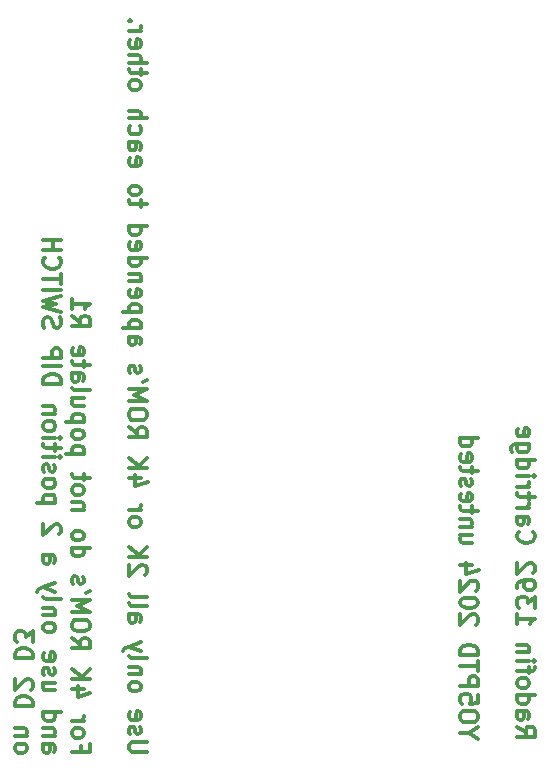
<source format=gbr>
G04 #@! TF.GenerationSoftware,KiCad,Pcbnew,7.0.8*
G04 #@! TF.CreationDate,2024-03-04T21:00:39+02:00*
G04 #@! TF.ProjectId,radofin,7261646f-6669-46e2-9e6b-696361645f70,rev?*
G04 #@! TF.SameCoordinates,Original*
G04 #@! TF.FileFunction,Legend,Bot*
G04 #@! TF.FilePolarity,Positive*
%FSLAX46Y46*%
G04 Gerber Fmt 4.6, Leading zero omitted, Abs format (unit mm)*
G04 Created by KiCad (PCBNEW 7.0.8) date 2024-03-04 21:00:39*
%MOMM*%
%LPD*%
G01*
G04 APERTURE LIST*
%ADD10C,0.300000*%
G04 APERTURE END LIST*
D10*
X115912741Y-116535387D02*
X114698455Y-116535387D01*
X114698455Y-116535387D02*
X114555598Y-116463958D01*
X114555598Y-116463958D02*
X114484170Y-116392530D01*
X114484170Y-116392530D02*
X114412741Y-116249672D01*
X114412741Y-116249672D02*
X114412741Y-115963958D01*
X114412741Y-115963958D02*
X114484170Y-115821101D01*
X114484170Y-115821101D02*
X114555598Y-115749672D01*
X114555598Y-115749672D02*
X114698455Y-115678244D01*
X114698455Y-115678244D02*
X115912741Y-115678244D01*
X114484170Y-115035386D02*
X114412741Y-114892529D01*
X114412741Y-114892529D02*
X114412741Y-114606815D01*
X114412741Y-114606815D02*
X114484170Y-114463958D01*
X114484170Y-114463958D02*
X114627027Y-114392529D01*
X114627027Y-114392529D02*
X114698455Y-114392529D01*
X114698455Y-114392529D02*
X114841312Y-114463958D01*
X114841312Y-114463958D02*
X114912741Y-114606815D01*
X114912741Y-114606815D02*
X114912741Y-114821101D01*
X114912741Y-114821101D02*
X114984170Y-114963958D01*
X114984170Y-114963958D02*
X115127027Y-115035386D01*
X115127027Y-115035386D02*
X115198455Y-115035386D01*
X115198455Y-115035386D02*
X115341312Y-114963958D01*
X115341312Y-114963958D02*
X115412741Y-114821101D01*
X115412741Y-114821101D02*
X115412741Y-114606815D01*
X115412741Y-114606815D02*
X115341312Y-114463958D01*
X114484170Y-113178243D02*
X114412741Y-113321100D01*
X114412741Y-113321100D02*
X114412741Y-113606815D01*
X114412741Y-113606815D02*
X114484170Y-113749672D01*
X114484170Y-113749672D02*
X114627027Y-113821100D01*
X114627027Y-113821100D02*
X115198455Y-113821100D01*
X115198455Y-113821100D02*
X115341312Y-113749672D01*
X115341312Y-113749672D02*
X115412741Y-113606815D01*
X115412741Y-113606815D02*
X115412741Y-113321100D01*
X115412741Y-113321100D02*
X115341312Y-113178243D01*
X115341312Y-113178243D02*
X115198455Y-113106815D01*
X115198455Y-113106815D02*
X115055598Y-113106815D01*
X115055598Y-113106815D02*
X114912741Y-113821100D01*
X114412741Y-111106815D02*
X114484170Y-111249672D01*
X114484170Y-111249672D02*
X114555598Y-111321101D01*
X114555598Y-111321101D02*
X114698455Y-111392529D01*
X114698455Y-111392529D02*
X115127027Y-111392529D01*
X115127027Y-111392529D02*
X115269884Y-111321101D01*
X115269884Y-111321101D02*
X115341312Y-111249672D01*
X115341312Y-111249672D02*
X115412741Y-111106815D01*
X115412741Y-111106815D02*
X115412741Y-110892529D01*
X115412741Y-110892529D02*
X115341312Y-110749672D01*
X115341312Y-110749672D02*
X115269884Y-110678244D01*
X115269884Y-110678244D02*
X115127027Y-110606815D01*
X115127027Y-110606815D02*
X114698455Y-110606815D01*
X114698455Y-110606815D02*
X114555598Y-110678244D01*
X114555598Y-110678244D02*
X114484170Y-110749672D01*
X114484170Y-110749672D02*
X114412741Y-110892529D01*
X114412741Y-110892529D02*
X114412741Y-111106815D01*
X115412741Y-109963958D02*
X114412741Y-109963958D01*
X115269884Y-109963958D02*
X115341312Y-109892529D01*
X115341312Y-109892529D02*
X115412741Y-109749672D01*
X115412741Y-109749672D02*
X115412741Y-109535386D01*
X115412741Y-109535386D02*
X115341312Y-109392529D01*
X115341312Y-109392529D02*
X115198455Y-109321101D01*
X115198455Y-109321101D02*
X114412741Y-109321101D01*
X114412741Y-108392529D02*
X114484170Y-108535386D01*
X114484170Y-108535386D02*
X114627027Y-108606815D01*
X114627027Y-108606815D02*
X115912741Y-108606815D01*
X115412741Y-107963958D02*
X114412741Y-107606815D01*
X115412741Y-107249672D02*
X114412741Y-107606815D01*
X114412741Y-107606815D02*
X114055598Y-107749672D01*
X114055598Y-107749672D02*
X113984170Y-107821101D01*
X113984170Y-107821101D02*
X113912741Y-107963958D01*
X114412741Y-104892530D02*
X115198455Y-104892530D01*
X115198455Y-104892530D02*
X115341312Y-104963958D01*
X115341312Y-104963958D02*
X115412741Y-105106815D01*
X115412741Y-105106815D02*
X115412741Y-105392530D01*
X115412741Y-105392530D02*
X115341312Y-105535387D01*
X114484170Y-104892530D02*
X114412741Y-105035387D01*
X114412741Y-105035387D02*
X114412741Y-105392530D01*
X114412741Y-105392530D02*
X114484170Y-105535387D01*
X114484170Y-105535387D02*
X114627027Y-105606815D01*
X114627027Y-105606815D02*
X114769884Y-105606815D01*
X114769884Y-105606815D02*
X114912741Y-105535387D01*
X114912741Y-105535387D02*
X114984170Y-105392530D01*
X114984170Y-105392530D02*
X114984170Y-105035387D01*
X114984170Y-105035387D02*
X115055598Y-104892530D01*
X114412741Y-103963958D02*
X114484170Y-104106815D01*
X114484170Y-104106815D02*
X114627027Y-104178244D01*
X114627027Y-104178244D02*
X115912741Y-104178244D01*
X114412741Y-103178244D02*
X114484170Y-103321101D01*
X114484170Y-103321101D02*
X114627027Y-103392530D01*
X114627027Y-103392530D02*
X115912741Y-103392530D01*
X115769884Y-101535387D02*
X115841312Y-101463959D01*
X115841312Y-101463959D02*
X115912741Y-101321102D01*
X115912741Y-101321102D02*
X115912741Y-100963959D01*
X115912741Y-100963959D02*
X115841312Y-100821102D01*
X115841312Y-100821102D02*
X115769884Y-100749673D01*
X115769884Y-100749673D02*
X115627027Y-100678244D01*
X115627027Y-100678244D02*
X115484170Y-100678244D01*
X115484170Y-100678244D02*
X115269884Y-100749673D01*
X115269884Y-100749673D02*
X114412741Y-101606816D01*
X114412741Y-101606816D02*
X114412741Y-100678244D01*
X114412741Y-100035388D02*
X115912741Y-100035388D01*
X114412741Y-99178245D02*
X115269884Y-99821102D01*
X115912741Y-99178245D02*
X115055598Y-100035388D01*
X114412741Y-97178245D02*
X114484170Y-97321102D01*
X114484170Y-97321102D02*
X114555598Y-97392531D01*
X114555598Y-97392531D02*
X114698455Y-97463959D01*
X114698455Y-97463959D02*
X115127027Y-97463959D01*
X115127027Y-97463959D02*
X115269884Y-97392531D01*
X115269884Y-97392531D02*
X115341312Y-97321102D01*
X115341312Y-97321102D02*
X115412741Y-97178245D01*
X115412741Y-97178245D02*
X115412741Y-96963959D01*
X115412741Y-96963959D02*
X115341312Y-96821102D01*
X115341312Y-96821102D02*
X115269884Y-96749674D01*
X115269884Y-96749674D02*
X115127027Y-96678245D01*
X115127027Y-96678245D02*
X114698455Y-96678245D01*
X114698455Y-96678245D02*
X114555598Y-96749674D01*
X114555598Y-96749674D02*
X114484170Y-96821102D01*
X114484170Y-96821102D02*
X114412741Y-96963959D01*
X114412741Y-96963959D02*
X114412741Y-97178245D01*
X114412741Y-96035388D02*
X115412741Y-96035388D01*
X115127027Y-96035388D02*
X115269884Y-95963959D01*
X115269884Y-95963959D02*
X115341312Y-95892531D01*
X115341312Y-95892531D02*
X115412741Y-95749673D01*
X115412741Y-95749673D02*
X115412741Y-95606816D01*
X115412741Y-93321103D02*
X114412741Y-93321103D01*
X115984170Y-93678245D02*
X114912741Y-94035388D01*
X114912741Y-94035388D02*
X114912741Y-93106817D01*
X114412741Y-92535389D02*
X115912741Y-92535389D01*
X114412741Y-91678246D02*
X115269884Y-92321103D01*
X115912741Y-91678246D02*
X115055598Y-92535389D01*
X114412741Y-89035389D02*
X115127027Y-89535389D01*
X114412741Y-89892532D02*
X115912741Y-89892532D01*
X115912741Y-89892532D02*
X115912741Y-89321103D01*
X115912741Y-89321103D02*
X115841312Y-89178246D01*
X115841312Y-89178246D02*
X115769884Y-89106817D01*
X115769884Y-89106817D02*
X115627027Y-89035389D01*
X115627027Y-89035389D02*
X115412741Y-89035389D01*
X115412741Y-89035389D02*
X115269884Y-89106817D01*
X115269884Y-89106817D02*
X115198455Y-89178246D01*
X115198455Y-89178246D02*
X115127027Y-89321103D01*
X115127027Y-89321103D02*
X115127027Y-89892532D01*
X115912741Y-88106817D02*
X115912741Y-87821103D01*
X115912741Y-87821103D02*
X115841312Y-87678246D01*
X115841312Y-87678246D02*
X115698455Y-87535389D01*
X115698455Y-87535389D02*
X115412741Y-87463960D01*
X115412741Y-87463960D02*
X114912741Y-87463960D01*
X114912741Y-87463960D02*
X114627027Y-87535389D01*
X114627027Y-87535389D02*
X114484170Y-87678246D01*
X114484170Y-87678246D02*
X114412741Y-87821103D01*
X114412741Y-87821103D02*
X114412741Y-88106817D01*
X114412741Y-88106817D02*
X114484170Y-88249675D01*
X114484170Y-88249675D02*
X114627027Y-88392532D01*
X114627027Y-88392532D02*
X114912741Y-88463960D01*
X114912741Y-88463960D02*
X115412741Y-88463960D01*
X115412741Y-88463960D02*
X115698455Y-88392532D01*
X115698455Y-88392532D02*
X115841312Y-88249675D01*
X115841312Y-88249675D02*
X115912741Y-88106817D01*
X114412741Y-86821103D02*
X115912741Y-86821103D01*
X115912741Y-86821103D02*
X114841312Y-86321103D01*
X114841312Y-86321103D02*
X115912741Y-85821103D01*
X115912741Y-85821103D02*
X114412741Y-85821103D01*
X115912741Y-85035388D02*
X115627027Y-85178245D01*
X114484170Y-84463959D02*
X114412741Y-84321102D01*
X114412741Y-84321102D02*
X114412741Y-84035388D01*
X114412741Y-84035388D02*
X114484170Y-83892531D01*
X114484170Y-83892531D02*
X114627027Y-83821102D01*
X114627027Y-83821102D02*
X114698455Y-83821102D01*
X114698455Y-83821102D02*
X114841312Y-83892531D01*
X114841312Y-83892531D02*
X114912741Y-84035388D01*
X114912741Y-84035388D02*
X114912741Y-84249674D01*
X114912741Y-84249674D02*
X114984170Y-84392531D01*
X114984170Y-84392531D02*
X115127027Y-84463959D01*
X115127027Y-84463959D02*
X115198455Y-84463959D01*
X115198455Y-84463959D02*
X115341312Y-84392531D01*
X115341312Y-84392531D02*
X115412741Y-84249674D01*
X115412741Y-84249674D02*
X115412741Y-84035388D01*
X115412741Y-84035388D02*
X115341312Y-83892531D01*
X114412741Y-81392531D02*
X115198455Y-81392531D01*
X115198455Y-81392531D02*
X115341312Y-81463959D01*
X115341312Y-81463959D02*
X115412741Y-81606816D01*
X115412741Y-81606816D02*
X115412741Y-81892531D01*
X115412741Y-81892531D02*
X115341312Y-82035388D01*
X114484170Y-81392531D02*
X114412741Y-81535388D01*
X114412741Y-81535388D02*
X114412741Y-81892531D01*
X114412741Y-81892531D02*
X114484170Y-82035388D01*
X114484170Y-82035388D02*
X114627027Y-82106816D01*
X114627027Y-82106816D02*
X114769884Y-82106816D01*
X114769884Y-82106816D02*
X114912741Y-82035388D01*
X114912741Y-82035388D02*
X114984170Y-81892531D01*
X114984170Y-81892531D02*
X114984170Y-81535388D01*
X114984170Y-81535388D02*
X115055598Y-81392531D01*
X115412741Y-80678245D02*
X113912741Y-80678245D01*
X115341312Y-80678245D02*
X115412741Y-80535388D01*
X115412741Y-80535388D02*
X115412741Y-80249673D01*
X115412741Y-80249673D02*
X115341312Y-80106816D01*
X115341312Y-80106816D02*
X115269884Y-80035388D01*
X115269884Y-80035388D02*
X115127027Y-79963959D01*
X115127027Y-79963959D02*
X114698455Y-79963959D01*
X114698455Y-79963959D02*
X114555598Y-80035388D01*
X114555598Y-80035388D02*
X114484170Y-80106816D01*
X114484170Y-80106816D02*
X114412741Y-80249673D01*
X114412741Y-80249673D02*
X114412741Y-80535388D01*
X114412741Y-80535388D02*
X114484170Y-80678245D01*
X115412741Y-79321102D02*
X113912741Y-79321102D01*
X115341312Y-79321102D02*
X115412741Y-79178245D01*
X115412741Y-79178245D02*
X115412741Y-78892530D01*
X115412741Y-78892530D02*
X115341312Y-78749673D01*
X115341312Y-78749673D02*
X115269884Y-78678245D01*
X115269884Y-78678245D02*
X115127027Y-78606816D01*
X115127027Y-78606816D02*
X114698455Y-78606816D01*
X114698455Y-78606816D02*
X114555598Y-78678245D01*
X114555598Y-78678245D02*
X114484170Y-78749673D01*
X114484170Y-78749673D02*
X114412741Y-78892530D01*
X114412741Y-78892530D02*
X114412741Y-79178245D01*
X114412741Y-79178245D02*
X114484170Y-79321102D01*
X114484170Y-77392530D02*
X114412741Y-77535387D01*
X114412741Y-77535387D02*
X114412741Y-77821102D01*
X114412741Y-77821102D02*
X114484170Y-77963959D01*
X114484170Y-77963959D02*
X114627027Y-78035387D01*
X114627027Y-78035387D02*
X115198455Y-78035387D01*
X115198455Y-78035387D02*
X115341312Y-77963959D01*
X115341312Y-77963959D02*
X115412741Y-77821102D01*
X115412741Y-77821102D02*
X115412741Y-77535387D01*
X115412741Y-77535387D02*
X115341312Y-77392530D01*
X115341312Y-77392530D02*
X115198455Y-77321102D01*
X115198455Y-77321102D02*
X115055598Y-77321102D01*
X115055598Y-77321102D02*
X114912741Y-78035387D01*
X115412741Y-76678245D02*
X114412741Y-76678245D01*
X115269884Y-76678245D02*
X115341312Y-76606816D01*
X115341312Y-76606816D02*
X115412741Y-76463959D01*
X115412741Y-76463959D02*
X115412741Y-76249673D01*
X115412741Y-76249673D02*
X115341312Y-76106816D01*
X115341312Y-76106816D02*
X115198455Y-76035388D01*
X115198455Y-76035388D02*
X114412741Y-76035388D01*
X114412741Y-74678245D02*
X115912741Y-74678245D01*
X114484170Y-74678245D02*
X114412741Y-74821102D01*
X114412741Y-74821102D02*
X114412741Y-75106816D01*
X114412741Y-75106816D02*
X114484170Y-75249673D01*
X114484170Y-75249673D02*
X114555598Y-75321102D01*
X114555598Y-75321102D02*
X114698455Y-75392530D01*
X114698455Y-75392530D02*
X115127027Y-75392530D01*
X115127027Y-75392530D02*
X115269884Y-75321102D01*
X115269884Y-75321102D02*
X115341312Y-75249673D01*
X115341312Y-75249673D02*
X115412741Y-75106816D01*
X115412741Y-75106816D02*
X115412741Y-74821102D01*
X115412741Y-74821102D02*
X115341312Y-74678245D01*
X114484170Y-73392530D02*
X114412741Y-73535387D01*
X114412741Y-73535387D02*
X114412741Y-73821102D01*
X114412741Y-73821102D02*
X114484170Y-73963959D01*
X114484170Y-73963959D02*
X114627027Y-74035387D01*
X114627027Y-74035387D02*
X115198455Y-74035387D01*
X115198455Y-74035387D02*
X115341312Y-73963959D01*
X115341312Y-73963959D02*
X115412741Y-73821102D01*
X115412741Y-73821102D02*
X115412741Y-73535387D01*
X115412741Y-73535387D02*
X115341312Y-73392530D01*
X115341312Y-73392530D02*
X115198455Y-73321102D01*
X115198455Y-73321102D02*
X115055598Y-73321102D01*
X115055598Y-73321102D02*
X114912741Y-74035387D01*
X114412741Y-72035388D02*
X115912741Y-72035388D01*
X114484170Y-72035388D02*
X114412741Y-72178245D01*
X114412741Y-72178245D02*
X114412741Y-72463959D01*
X114412741Y-72463959D02*
X114484170Y-72606816D01*
X114484170Y-72606816D02*
X114555598Y-72678245D01*
X114555598Y-72678245D02*
X114698455Y-72749673D01*
X114698455Y-72749673D02*
X115127027Y-72749673D01*
X115127027Y-72749673D02*
X115269884Y-72678245D01*
X115269884Y-72678245D02*
X115341312Y-72606816D01*
X115341312Y-72606816D02*
X115412741Y-72463959D01*
X115412741Y-72463959D02*
X115412741Y-72178245D01*
X115412741Y-72178245D02*
X115341312Y-72035388D01*
X115412741Y-70392530D02*
X115412741Y-69821102D01*
X115912741Y-70178245D02*
X114627027Y-70178245D01*
X114627027Y-70178245D02*
X114484170Y-70106816D01*
X114484170Y-70106816D02*
X114412741Y-69963959D01*
X114412741Y-69963959D02*
X114412741Y-69821102D01*
X114412741Y-69106816D02*
X114484170Y-69249673D01*
X114484170Y-69249673D02*
X114555598Y-69321102D01*
X114555598Y-69321102D02*
X114698455Y-69392530D01*
X114698455Y-69392530D02*
X115127027Y-69392530D01*
X115127027Y-69392530D02*
X115269884Y-69321102D01*
X115269884Y-69321102D02*
X115341312Y-69249673D01*
X115341312Y-69249673D02*
X115412741Y-69106816D01*
X115412741Y-69106816D02*
X115412741Y-68892530D01*
X115412741Y-68892530D02*
X115341312Y-68749673D01*
X115341312Y-68749673D02*
X115269884Y-68678245D01*
X115269884Y-68678245D02*
X115127027Y-68606816D01*
X115127027Y-68606816D02*
X114698455Y-68606816D01*
X114698455Y-68606816D02*
X114555598Y-68678245D01*
X114555598Y-68678245D02*
X114484170Y-68749673D01*
X114484170Y-68749673D02*
X114412741Y-68892530D01*
X114412741Y-68892530D02*
X114412741Y-69106816D01*
X114484170Y-66249673D02*
X114412741Y-66392530D01*
X114412741Y-66392530D02*
X114412741Y-66678245D01*
X114412741Y-66678245D02*
X114484170Y-66821102D01*
X114484170Y-66821102D02*
X114627027Y-66892530D01*
X114627027Y-66892530D02*
X115198455Y-66892530D01*
X115198455Y-66892530D02*
X115341312Y-66821102D01*
X115341312Y-66821102D02*
X115412741Y-66678245D01*
X115412741Y-66678245D02*
X115412741Y-66392530D01*
X115412741Y-66392530D02*
X115341312Y-66249673D01*
X115341312Y-66249673D02*
X115198455Y-66178245D01*
X115198455Y-66178245D02*
X115055598Y-66178245D01*
X115055598Y-66178245D02*
X114912741Y-66892530D01*
X114412741Y-64892531D02*
X115198455Y-64892531D01*
X115198455Y-64892531D02*
X115341312Y-64963959D01*
X115341312Y-64963959D02*
X115412741Y-65106816D01*
X115412741Y-65106816D02*
X115412741Y-65392531D01*
X115412741Y-65392531D02*
X115341312Y-65535388D01*
X114484170Y-64892531D02*
X114412741Y-65035388D01*
X114412741Y-65035388D02*
X114412741Y-65392531D01*
X114412741Y-65392531D02*
X114484170Y-65535388D01*
X114484170Y-65535388D02*
X114627027Y-65606816D01*
X114627027Y-65606816D02*
X114769884Y-65606816D01*
X114769884Y-65606816D02*
X114912741Y-65535388D01*
X114912741Y-65535388D02*
X114984170Y-65392531D01*
X114984170Y-65392531D02*
X114984170Y-65035388D01*
X114984170Y-65035388D02*
X115055598Y-64892531D01*
X114484170Y-63535388D02*
X114412741Y-63678245D01*
X114412741Y-63678245D02*
X114412741Y-63963959D01*
X114412741Y-63963959D02*
X114484170Y-64106816D01*
X114484170Y-64106816D02*
X114555598Y-64178245D01*
X114555598Y-64178245D02*
X114698455Y-64249673D01*
X114698455Y-64249673D02*
X115127027Y-64249673D01*
X115127027Y-64249673D02*
X115269884Y-64178245D01*
X115269884Y-64178245D02*
X115341312Y-64106816D01*
X115341312Y-64106816D02*
X115412741Y-63963959D01*
X115412741Y-63963959D02*
X115412741Y-63678245D01*
X115412741Y-63678245D02*
X115341312Y-63535388D01*
X114412741Y-62892531D02*
X115912741Y-62892531D01*
X114412741Y-62249674D02*
X115198455Y-62249674D01*
X115198455Y-62249674D02*
X115341312Y-62321102D01*
X115341312Y-62321102D02*
X115412741Y-62463959D01*
X115412741Y-62463959D02*
X115412741Y-62678245D01*
X115412741Y-62678245D02*
X115341312Y-62821102D01*
X115341312Y-62821102D02*
X115269884Y-62892531D01*
X114412741Y-60178245D02*
X114484170Y-60321102D01*
X114484170Y-60321102D02*
X114555598Y-60392531D01*
X114555598Y-60392531D02*
X114698455Y-60463959D01*
X114698455Y-60463959D02*
X115127027Y-60463959D01*
X115127027Y-60463959D02*
X115269884Y-60392531D01*
X115269884Y-60392531D02*
X115341312Y-60321102D01*
X115341312Y-60321102D02*
X115412741Y-60178245D01*
X115412741Y-60178245D02*
X115412741Y-59963959D01*
X115412741Y-59963959D02*
X115341312Y-59821102D01*
X115341312Y-59821102D02*
X115269884Y-59749674D01*
X115269884Y-59749674D02*
X115127027Y-59678245D01*
X115127027Y-59678245D02*
X114698455Y-59678245D01*
X114698455Y-59678245D02*
X114555598Y-59749674D01*
X114555598Y-59749674D02*
X114484170Y-59821102D01*
X114484170Y-59821102D02*
X114412741Y-59963959D01*
X114412741Y-59963959D02*
X114412741Y-60178245D01*
X115412741Y-59249673D02*
X115412741Y-58678245D01*
X115912741Y-59035388D02*
X114627027Y-59035388D01*
X114627027Y-59035388D02*
X114484170Y-58963959D01*
X114484170Y-58963959D02*
X114412741Y-58821102D01*
X114412741Y-58821102D02*
X114412741Y-58678245D01*
X114412741Y-58178245D02*
X115912741Y-58178245D01*
X114412741Y-57535388D02*
X115198455Y-57535388D01*
X115198455Y-57535388D02*
X115341312Y-57606816D01*
X115341312Y-57606816D02*
X115412741Y-57749673D01*
X115412741Y-57749673D02*
X115412741Y-57963959D01*
X115412741Y-57963959D02*
X115341312Y-58106816D01*
X115341312Y-58106816D02*
X115269884Y-58178245D01*
X114484170Y-56249673D02*
X114412741Y-56392530D01*
X114412741Y-56392530D02*
X114412741Y-56678245D01*
X114412741Y-56678245D02*
X114484170Y-56821102D01*
X114484170Y-56821102D02*
X114627027Y-56892530D01*
X114627027Y-56892530D02*
X115198455Y-56892530D01*
X115198455Y-56892530D02*
X115341312Y-56821102D01*
X115341312Y-56821102D02*
X115412741Y-56678245D01*
X115412741Y-56678245D02*
X115412741Y-56392530D01*
X115412741Y-56392530D02*
X115341312Y-56249673D01*
X115341312Y-56249673D02*
X115198455Y-56178245D01*
X115198455Y-56178245D02*
X115055598Y-56178245D01*
X115055598Y-56178245D02*
X114912741Y-56892530D01*
X114412741Y-55535388D02*
X115412741Y-55535388D01*
X115127027Y-55535388D02*
X115269884Y-55463959D01*
X115269884Y-55463959D02*
X115341312Y-55392531D01*
X115341312Y-55392531D02*
X115412741Y-55249673D01*
X115412741Y-55249673D02*
X115412741Y-55106816D01*
X114555598Y-54606817D02*
X114484170Y-54535388D01*
X114484170Y-54535388D02*
X114412741Y-54606817D01*
X114412741Y-54606817D02*
X114484170Y-54678245D01*
X114484170Y-54678245D02*
X114555598Y-54606817D01*
X114555598Y-54606817D02*
X114412741Y-54606817D01*
X110368455Y-116035387D02*
X110368455Y-116535387D01*
X109582741Y-116535387D02*
X111082741Y-116535387D01*
X111082741Y-116535387D02*
X111082741Y-115821101D01*
X109582741Y-115035387D02*
X109654170Y-115178244D01*
X109654170Y-115178244D02*
X109725598Y-115249673D01*
X109725598Y-115249673D02*
X109868455Y-115321101D01*
X109868455Y-115321101D02*
X110297027Y-115321101D01*
X110297027Y-115321101D02*
X110439884Y-115249673D01*
X110439884Y-115249673D02*
X110511312Y-115178244D01*
X110511312Y-115178244D02*
X110582741Y-115035387D01*
X110582741Y-115035387D02*
X110582741Y-114821101D01*
X110582741Y-114821101D02*
X110511312Y-114678244D01*
X110511312Y-114678244D02*
X110439884Y-114606816D01*
X110439884Y-114606816D02*
X110297027Y-114535387D01*
X110297027Y-114535387D02*
X109868455Y-114535387D01*
X109868455Y-114535387D02*
X109725598Y-114606816D01*
X109725598Y-114606816D02*
X109654170Y-114678244D01*
X109654170Y-114678244D02*
X109582741Y-114821101D01*
X109582741Y-114821101D02*
X109582741Y-115035387D01*
X109582741Y-113892530D02*
X110582741Y-113892530D01*
X110297027Y-113892530D02*
X110439884Y-113821101D01*
X110439884Y-113821101D02*
X110511312Y-113749673D01*
X110511312Y-113749673D02*
X110582741Y-113606815D01*
X110582741Y-113606815D02*
X110582741Y-113463958D01*
X110582741Y-111178245D02*
X109582741Y-111178245D01*
X111154170Y-111535387D02*
X110082741Y-111892530D01*
X110082741Y-111892530D02*
X110082741Y-110963959D01*
X109582741Y-110392531D02*
X111082741Y-110392531D01*
X109582741Y-109535388D02*
X110439884Y-110178245D01*
X111082741Y-109535388D02*
X110225598Y-110392531D01*
X109582741Y-106892531D02*
X110297027Y-107392531D01*
X109582741Y-107749674D02*
X111082741Y-107749674D01*
X111082741Y-107749674D02*
X111082741Y-107178245D01*
X111082741Y-107178245D02*
X111011312Y-107035388D01*
X111011312Y-107035388D02*
X110939884Y-106963959D01*
X110939884Y-106963959D02*
X110797027Y-106892531D01*
X110797027Y-106892531D02*
X110582741Y-106892531D01*
X110582741Y-106892531D02*
X110439884Y-106963959D01*
X110439884Y-106963959D02*
X110368455Y-107035388D01*
X110368455Y-107035388D02*
X110297027Y-107178245D01*
X110297027Y-107178245D02*
X110297027Y-107749674D01*
X111082741Y-105963959D02*
X111082741Y-105678245D01*
X111082741Y-105678245D02*
X111011312Y-105535388D01*
X111011312Y-105535388D02*
X110868455Y-105392531D01*
X110868455Y-105392531D02*
X110582741Y-105321102D01*
X110582741Y-105321102D02*
X110082741Y-105321102D01*
X110082741Y-105321102D02*
X109797027Y-105392531D01*
X109797027Y-105392531D02*
X109654170Y-105535388D01*
X109654170Y-105535388D02*
X109582741Y-105678245D01*
X109582741Y-105678245D02*
X109582741Y-105963959D01*
X109582741Y-105963959D02*
X109654170Y-106106817D01*
X109654170Y-106106817D02*
X109797027Y-106249674D01*
X109797027Y-106249674D02*
X110082741Y-106321102D01*
X110082741Y-106321102D02*
X110582741Y-106321102D01*
X110582741Y-106321102D02*
X110868455Y-106249674D01*
X110868455Y-106249674D02*
X111011312Y-106106817D01*
X111011312Y-106106817D02*
X111082741Y-105963959D01*
X109582741Y-104678245D02*
X111082741Y-104678245D01*
X111082741Y-104678245D02*
X110011312Y-104178245D01*
X110011312Y-104178245D02*
X111082741Y-103678245D01*
X111082741Y-103678245D02*
X109582741Y-103678245D01*
X111082741Y-102892530D02*
X110797027Y-103035387D01*
X109654170Y-102321101D02*
X109582741Y-102178244D01*
X109582741Y-102178244D02*
X109582741Y-101892530D01*
X109582741Y-101892530D02*
X109654170Y-101749673D01*
X109654170Y-101749673D02*
X109797027Y-101678244D01*
X109797027Y-101678244D02*
X109868455Y-101678244D01*
X109868455Y-101678244D02*
X110011312Y-101749673D01*
X110011312Y-101749673D02*
X110082741Y-101892530D01*
X110082741Y-101892530D02*
X110082741Y-102106816D01*
X110082741Y-102106816D02*
X110154170Y-102249673D01*
X110154170Y-102249673D02*
X110297027Y-102321101D01*
X110297027Y-102321101D02*
X110368455Y-102321101D01*
X110368455Y-102321101D02*
X110511312Y-102249673D01*
X110511312Y-102249673D02*
X110582741Y-102106816D01*
X110582741Y-102106816D02*
X110582741Y-101892530D01*
X110582741Y-101892530D02*
X110511312Y-101749673D01*
X109582741Y-99249673D02*
X111082741Y-99249673D01*
X109654170Y-99249673D02*
X109582741Y-99392530D01*
X109582741Y-99392530D02*
X109582741Y-99678244D01*
X109582741Y-99678244D02*
X109654170Y-99821101D01*
X109654170Y-99821101D02*
X109725598Y-99892530D01*
X109725598Y-99892530D02*
X109868455Y-99963958D01*
X109868455Y-99963958D02*
X110297027Y-99963958D01*
X110297027Y-99963958D02*
X110439884Y-99892530D01*
X110439884Y-99892530D02*
X110511312Y-99821101D01*
X110511312Y-99821101D02*
X110582741Y-99678244D01*
X110582741Y-99678244D02*
X110582741Y-99392530D01*
X110582741Y-99392530D02*
X110511312Y-99249673D01*
X109582741Y-98321101D02*
X109654170Y-98463958D01*
X109654170Y-98463958D02*
X109725598Y-98535387D01*
X109725598Y-98535387D02*
X109868455Y-98606815D01*
X109868455Y-98606815D02*
X110297027Y-98606815D01*
X110297027Y-98606815D02*
X110439884Y-98535387D01*
X110439884Y-98535387D02*
X110511312Y-98463958D01*
X110511312Y-98463958D02*
X110582741Y-98321101D01*
X110582741Y-98321101D02*
X110582741Y-98106815D01*
X110582741Y-98106815D02*
X110511312Y-97963958D01*
X110511312Y-97963958D02*
X110439884Y-97892530D01*
X110439884Y-97892530D02*
X110297027Y-97821101D01*
X110297027Y-97821101D02*
X109868455Y-97821101D01*
X109868455Y-97821101D02*
X109725598Y-97892530D01*
X109725598Y-97892530D02*
X109654170Y-97963958D01*
X109654170Y-97963958D02*
X109582741Y-98106815D01*
X109582741Y-98106815D02*
X109582741Y-98321101D01*
X110582741Y-96035387D02*
X109582741Y-96035387D01*
X110439884Y-96035387D02*
X110511312Y-95963958D01*
X110511312Y-95963958D02*
X110582741Y-95821101D01*
X110582741Y-95821101D02*
X110582741Y-95606815D01*
X110582741Y-95606815D02*
X110511312Y-95463958D01*
X110511312Y-95463958D02*
X110368455Y-95392530D01*
X110368455Y-95392530D02*
X109582741Y-95392530D01*
X109582741Y-94463958D02*
X109654170Y-94606815D01*
X109654170Y-94606815D02*
X109725598Y-94678244D01*
X109725598Y-94678244D02*
X109868455Y-94749672D01*
X109868455Y-94749672D02*
X110297027Y-94749672D01*
X110297027Y-94749672D02*
X110439884Y-94678244D01*
X110439884Y-94678244D02*
X110511312Y-94606815D01*
X110511312Y-94606815D02*
X110582741Y-94463958D01*
X110582741Y-94463958D02*
X110582741Y-94249672D01*
X110582741Y-94249672D02*
X110511312Y-94106815D01*
X110511312Y-94106815D02*
X110439884Y-94035387D01*
X110439884Y-94035387D02*
X110297027Y-93963958D01*
X110297027Y-93963958D02*
X109868455Y-93963958D01*
X109868455Y-93963958D02*
X109725598Y-94035387D01*
X109725598Y-94035387D02*
X109654170Y-94106815D01*
X109654170Y-94106815D02*
X109582741Y-94249672D01*
X109582741Y-94249672D02*
X109582741Y-94463958D01*
X110582741Y-93535386D02*
X110582741Y-92963958D01*
X111082741Y-93321101D02*
X109797027Y-93321101D01*
X109797027Y-93321101D02*
X109654170Y-93249672D01*
X109654170Y-93249672D02*
X109582741Y-93106815D01*
X109582741Y-93106815D02*
X109582741Y-92963958D01*
X110582741Y-91321101D02*
X109082741Y-91321101D01*
X110511312Y-91321101D02*
X110582741Y-91178244D01*
X110582741Y-91178244D02*
X110582741Y-90892529D01*
X110582741Y-90892529D02*
X110511312Y-90749672D01*
X110511312Y-90749672D02*
X110439884Y-90678244D01*
X110439884Y-90678244D02*
X110297027Y-90606815D01*
X110297027Y-90606815D02*
X109868455Y-90606815D01*
X109868455Y-90606815D02*
X109725598Y-90678244D01*
X109725598Y-90678244D02*
X109654170Y-90749672D01*
X109654170Y-90749672D02*
X109582741Y-90892529D01*
X109582741Y-90892529D02*
X109582741Y-91178244D01*
X109582741Y-91178244D02*
X109654170Y-91321101D01*
X109582741Y-89749672D02*
X109654170Y-89892529D01*
X109654170Y-89892529D02*
X109725598Y-89963958D01*
X109725598Y-89963958D02*
X109868455Y-90035386D01*
X109868455Y-90035386D02*
X110297027Y-90035386D01*
X110297027Y-90035386D02*
X110439884Y-89963958D01*
X110439884Y-89963958D02*
X110511312Y-89892529D01*
X110511312Y-89892529D02*
X110582741Y-89749672D01*
X110582741Y-89749672D02*
X110582741Y-89535386D01*
X110582741Y-89535386D02*
X110511312Y-89392529D01*
X110511312Y-89392529D02*
X110439884Y-89321101D01*
X110439884Y-89321101D02*
X110297027Y-89249672D01*
X110297027Y-89249672D02*
X109868455Y-89249672D01*
X109868455Y-89249672D02*
X109725598Y-89321101D01*
X109725598Y-89321101D02*
X109654170Y-89392529D01*
X109654170Y-89392529D02*
X109582741Y-89535386D01*
X109582741Y-89535386D02*
X109582741Y-89749672D01*
X110582741Y-88606815D02*
X109082741Y-88606815D01*
X110511312Y-88606815D02*
X110582741Y-88463958D01*
X110582741Y-88463958D02*
X110582741Y-88178243D01*
X110582741Y-88178243D02*
X110511312Y-88035386D01*
X110511312Y-88035386D02*
X110439884Y-87963958D01*
X110439884Y-87963958D02*
X110297027Y-87892529D01*
X110297027Y-87892529D02*
X109868455Y-87892529D01*
X109868455Y-87892529D02*
X109725598Y-87963958D01*
X109725598Y-87963958D02*
X109654170Y-88035386D01*
X109654170Y-88035386D02*
X109582741Y-88178243D01*
X109582741Y-88178243D02*
X109582741Y-88463958D01*
X109582741Y-88463958D02*
X109654170Y-88606815D01*
X110582741Y-86606815D02*
X109582741Y-86606815D01*
X110582741Y-87249672D02*
X109797027Y-87249672D01*
X109797027Y-87249672D02*
X109654170Y-87178243D01*
X109654170Y-87178243D02*
X109582741Y-87035386D01*
X109582741Y-87035386D02*
X109582741Y-86821100D01*
X109582741Y-86821100D02*
X109654170Y-86678243D01*
X109654170Y-86678243D02*
X109725598Y-86606815D01*
X109582741Y-85678243D02*
X109654170Y-85821100D01*
X109654170Y-85821100D02*
X109797027Y-85892529D01*
X109797027Y-85892529D02*
X111082741Y-85892529D01*
X109582741Y-84463958D02*
X110368455Y-84463958D01*
X110368455Y-84463958D02*
X110511312Y-84535386D01*
X110511312Y-84535386D02*
X110582741Y-84678243D01*
X110582741Y-84678243D02*
X110582741Y-84963958D01*
X110582741Y-84963958D02*
X110511312Y-85106815D01*
X109654170Y-84463958D02*
X109582741Y-84606815D01*
X109582741Y-84606815D02*
X109582741Y-84963958D01*
X109582741Y-84963958D02*
X109654170Y-85106815D01*
X109654170Y-85106815D02*
X109797027Y-85178243D01*
X109797027Y-85178243D02*
X109939884Y-85178243D01*
X109939884Y-85178243D02*
X110082741Y-85106815D01*
X110082741Y-85106815D02*
X110154170Y-84963958D01*
X110154170Y-84963958D02*
X110154170Y-84606815D01*
X110154170Y-84606815D02*
X110225598Y-84463958D01*
X110582741Y-83963957D02*
X110582741Y-83392529D01*
X111082741Y-83749672D02*
X109797027Y-83749672D01*
X109797027Y-83749672D02*
X109654170Y-83678243D01*
X109654170Y-83678243D02*
X109582741Y-83535386D01*
X109582741Y-83535386D02*
X109582741Y-83392529D01*
X109654170Y-82321100D02*
X109582741Y-82463957D01*
X109582741Y-82463957D02*
X109582741Y-82749672D01*
X109582741Y-82749672D02*
X109654170Y-82892529D01*
X109654170Y-82892529D02*
X109797027Y-82963957D01*
X109797027Y-82963957D02*
X110368455Y-82963957D01*
X110368455Y-82963957D02*
X110511312Y-82892529D01*
X110511312Y-82892529D02*
X110582741Y-82749672D01*
X110582741Y-82749672D02*
X110582741Y-82463957D01*
X110582741Y-82463957D02*
X110511312Y-82321100D01*
X110511312Y-82321100D02*
X110368455Y-82249672D01*
X110368455Y-82249672D02*
X110225598Y-82249672D01*
X110225598Y-82249672D02*
X110082741Y-82963957D01*
X109582741Y-79606815D02*
X110297027Y-80106815D01*
X109582741Y-80463958D02*
X111082741Y-80463958D01*
X111082741Y-80463958D02*
X111082741Y-79892529D01*
X111082741Y-79892529D02*
X111011312Y-79749672D01*
X111011312Y-79749672D02*
X110939884Y-79678243D01*
X110939884Y-79678243D02*
X110797027Y-79606815D01*
X110797027Y-79606815D02*
X110582741Y-79606815D01*
X110582741Y-79606815D02*
X110439884Y-79678243D01*
X110439884Y-79678243D02*
X110368455Y-79749672D01*
X110368455Y-79749672D02*
X110297027Y-79892529D01*
X110297027Y-79892529D02*
X110297027Y-80463958D01*
X109582741Y-78178243D02*
X109582741Y-79035386D01*
X109582741Y-78606815D02*
X111082741Y-78606815D01*
X111082741Y-78606815D02*
X110868455Y-78749672D01*
X110868455Y-78749672D02*
X110725598Y-78892529D01*
X110725598Y-78892529D02*
X110654170Y-79035386D01*
X107167741Y-115892530D02*
X107953455Y-115892530D01*
X107953455Y-115892530D02*
X108096312Y-115963958D01*
X108096312Y-115963958D02*
X108167741Y-116106815D01*
X108167741Y-116106815D02*
X108167741Y-116392530D01*
X108167741Y-116392530D02*
X108096312Y-116535387D01*
X107239170Y-115892530D02*
X107167741Y-116035387D01*
X107167741Y-116035387D02*
X107167741Y-116392530D01*
X107167741Y-116392530D02*
X107239170Y-116535387D01*
X107239170Y-116535387D02*
X107382027Y-116606815D01*
X107382027Y-116606815D02*
X107524884Y-116606815D01*
X107524884Y-116606815D02*
X107667741Y-116535387D01*
X107667741Y-116535387D02*
X107739170Y-116392530D01*
X107739170Y-116392530D02*
X107739170Y-116035387D01*
X107739170Y-116035387D02*
X107810598Y-115892530D01*
X108167741Y-115178244D02*
X107167741Y-115178244D01*
X108024884Y-115178244D02*
X108096312Y-115106815D01*
X108096312Y-115106815D02*
X108167741Y-114963958D01*
X108167741Y-114963958D02*
X108167741Y-114749672D01*
X108167741Y-114749672D02*
X108096312Y-114606815D01*
X108096312Y-114606815D02*
X107953455Y-114535387D01*
X107953455Y-114535387D02*
X107167741Y-114535387D01*
X107167741Y-113178244D02*
X108667741Y-113178244D01*
X107239170Y-113178244D02*
X107167741Y-113321101D01*
X107167741Y-113321101D02*
X107167741Y-113606815D01*
X107167741Y-113606815D02*
X107239170Y-113749672D01*
X107239170Y-113749672D02*
X107310598Y-113821101D01*
X107310598Y-113821101D02*
X107453455Y-113892529D01*
X107453455Y-113892529D02*
X107882027Y-113892529D01*
X107882027Y-113892529D02*
X108024884Y-113821101D01*
X108024884Y-113821101D02*
X108096312Y-113749672D01*
X108096312Y-113749672D02*
X108167741Y-113606815D01*
X108167741Y-113606815D02*
X108167741Y-113321101D01*
X108167741Y-113321101D02*
X108096312Y-113178244D01*
X108167741Y-110678244D02*
X107167741Y-110678244D01*
X108167741Y-111321101D02*
X107382027Y-111321101D01*
X107382027Y-111321101D02*
X107239170Y-111249672D01*
X107239170Y-111249672D02*
X107167741Y-111106815D01*
X107167741Y-111106815D02*
X107167741Y-110892529D01*
X107167741Y-110892529D02*
X107239170Y-110749672D01*
X107239170Y-110749672D02*
X107310598Y-110678244D01*
X107239170Y-110035386D02*
X107167741Y-109892529D01*
X107167741Y-109892529D02*
X107167741Y-109606815D01*
X107167741Y-109606815D02*
X107239170Y-109463958D01*
X107239170Y-109463958D02*
X107382027Y-109392529D01*
X107382027Y-109392529D02*
X107453455Y-109392529D01*
X107453455Y-109392529D02*
X107596312Y-109463958D01*
X107596312Y-109463958D02*
X107667741Y-109606815D01*
X107667741Y-109606815D02*
X107667741Y-109821101D01*
X107667741Y-109821101D02*
X107739170Y-109963958D01*
X107739170Y-109963958D02*
X107882027Y-110035386D01*
X107882027Y-110035386D02*
X107953455Y-110035386D01*
X107953455Y-110035386D02*
X108096312Y-109963958D01*
X108096312Y-109963958D02*
X108167741Y-109821101D01*
X108167741Y-109821101D02*
X108167741Y-109606815D01*
X108167741Y-109606815D02*
X108096312Y-109463958D01*
X107239170Y-108178243D02*
X107167741Y-108321100D01*
X107167741Y-108321100D02*
X107167741Y-108606815D01*
X107167741Y-108606815D02*
X107239170Y-108749672D01*
X107239170Y-108749672D02*
X107382027Y-108821100D01*
X107382027Y-108821100D02*
X107953455Y-108821100D01*
X107953455Y-108821100D02*
X108096312Y-108749672D01*
X108096312Y-108749672D02*
X108167741Y-108606815D01*
X108167741Y-108606815D02*
X108167741Y-108321100D01*
X108167741Y-108321100D02*
X108096312Y-108178243D01*
X108096312Y-108178243D02*
X107953455Y-108106815D01*
X107953455Y-108106815D02*
X107810598Y-108106815D01*
X107810598Y-108106815D02*
X107667741Y-108821100D01*
X107167741Y-106106815D02*
X107239170Y-106249672D01*
X107239170Y-106249672D02*
X107310598Y-106321101D01*
X107310598Y-106321101D02*
X107453455Y-106392529D01*
X107453455Y-106392529D02*
X107882027Y-106392529D01*
X107882027Y-106392529D02*
X108024884Y-106321101D01*
X108024884Y-106321101D02*
X108096312Y-106249672D01*
X108096312Y-106249672D02*
X108167741Y-106106815D01*
X108167741Y-106106815D02*
X108167741Y-105892529D01*
X108167741Y-105892529D02*
X108096312Y-105749672D01*
X108096312Y-105749672D02*
X108024884Y-105678244D01*
X108024884Y-105678244D02*
X107882027Y-105606815D01*
X107882027Y-105606815D02*
X107453455Y-105606815D01*
X107453455Y-105606815D02*
X107310598Y-105678244D01*
X107310598Y-105678244D02*
X107239170Y-105749672D01*
X107239170Y-105749672D02*
X107167741Y-105892529D01*
X107167741Y-105892529D02*
X107167741Y-106106815D01*
X108167741Y-104963958D02*
X107167741Y-104963958D01*
X108024884Y-104963958D02*
X108096312Y-104892529D01*
X108096312Y-104892529D02*
X108167741Y-104749672D01*
X108167741Y-104749672D02*
X108167741Y-104535386D01*
X108167741Y-104535386D02*
X108096312Y-104392529D01*
X108096312Y-104392529D02*
X107953455Y-104321101D01*
X107953455Y-104321101D02*
X107167741Y-104321101D01*
X107167741Y-103392529D02*
X107239170Y-103535386D01*
X107239170Y-103535386D02*
X107382027Y-103606815D01*
X107382027Y-103606815D02*
X108667741Y-103606815D01*
X108167741Y-102963958D02*
X107167741Y-102606815D01*
X108167741Y-102249672D02*
X107167741Y-102606815D01*
X107167741Y-102606815D02*
X106810598Y-102749672D01*
X106810598Y-102749672D02*
X106739170Y-102821101D01*
X106739170Y-102821101D02*
X106667741Y-102963958D01*
X107167741Y-99892530D02*
X107953455Y-99892530D01*
X107953455Y-99892530D02*
X108096312Y-99963958D01*
X108096312Y-99963958D02*
X108167741Y-100106815D01*
X108167741Y-100106815D02*
X108167741Y-100392530D01*
X108167741Y-100392530D02*
X108096312Y-100535387D01*
X107239170Y-99892530D02*
X107167741Y-100035387D01*
X107167741Y-100035387D02*
X107167741Y-100392530D01*
X107167741Y-100392530D02*
X107239170Y-100535387D01*
X107239170Y-100535387D02*
X107382027Y-100606815D01*
X107382027Y-100606815D02*
X107524884Y-100606815D01*
X107524884Y-100606815D02*
X107667741Y-100535387D01*
X107667741Y-100535387D02*
X107739170Y-100392530D01*
X107739170Y-100392530D02*
X107739170Y-100035387D01*
X107739170Y-100035387D02*
X107810598Y-99892530D01*
X108524884Y-98106815D02*
X108596312Y-98035387D01*
X108596312Y-98035387D02*
X108667741Y-97892530D01*
X108667741Y-97892530D02*
X108667741Y-97535387D01*
X108667741Y-97535387D02*
X108596312Y-97392530D01*
X108596312Y-97392530D02*
X108524884Y-97321101D01*
X108524884Y-97321101D02*
X108382027Y-97249672D01*
X108382027Y-97249672D02*
X108239170Y-97249672D01*
X108239170Y-97249672D02*
X108024884Y-97321101D01*
X108024884Y-97321101D02*
X107167741Y-98178244D01*
X107167741Y-98178244D02*
X107167741Y-97249672D01*
X108167741Y-95463959D02*
X106667741Y-95463959D01*
X108096312Y-95463959D02*
X108167741Y-95321102D01*
X108167741Y-95321102D02*
X108167741Y-95035387D01*
X108167741Y-95035387D02*
X108096312Y-94892530D01*
X108096312Y-94892530D02*
X108024884Y-94821102D01*
X108024884Y-94821102D02*
X107882027Y-94749673D01*
X107882027Y-94749673D02*
X107453455Y-94749673D01*
X107453455Y-94749673D02*
X107310598Y-94821102D01*
X107310598Y-94821102D02*
X107239170Y-94892530D01*
X107239170Y-94892530D02*
X107167741Y-95035387D01*
X107167741Y-95035387D02*
X107167741Y-95321102D01*
X107167741Y-95321102D02*
X107239170Y-95463959D01*
X107167741Y-93892530D02*
X107239170Y-94035387D01*
X107239170Y-94035387D02*
X107310598Y-94106816D01*
X107310598Y-94106816D02*
X107453455Y-94178244D01*
X107453455Y-94178244D02*
X107882027Y-94178244D01*
X107882027Y-94178244D02*
X108024884Y-94106816D01*
X108024884Y-94106816D02*
X108096312Y-94035387D01*
X108096312Y-94035387D02*
X108167741Y-93892530D01*
X108167741Y-93892530D02*
X108167741Y-93678244D01*
X108167741Y-93678244D02*
X108096312Y-93535387D01*
X108096312Y-93535387D02*
X108024884Y-93463959D01*
X108024884Y-93463959D02*
X107882027Y-93392530D01*
X107882027Y-93392530D02*
X107453455Y-93392530D01*
X107453455Y-93392530D02*
X107310598Y-93463959D01*
X107310598Y-93463959D02*
X107239170Y-93535387D01*
X107239170Y-93535387D02*
X107167741Y-93678244D01*
X107167741Y-93678244D02*
X107167741Y-93892530D01*
X107239170Y-92821101D02*
X107167741Y-92678244D01*
X107167741Y-92678244D02*
X107167741Y-92392530D01*
X107167741Y-92392530D02*
X107239170Y-92249673D01*
X107239170Y-92249673D02*
X107382027Y-92178244D01*
X107382027Y-92178244D02*
X107453455Y-92178244D01*
X107453455Y-92178244D02*
X107596312Y-92249673D01*
X107596312Y-92249673D02*
X107667741Y-92392530D01*
X107667741Y-92392530D02*
X107667741Y-92606816D01*
X107667741Y-92606816D02*
X107739170Y-92749673D01*
X107739170Y-92749673D02*
X107882027Y-92821101D01*
X107882027Y-92821101D02*
X107953455Y-92821101D01*
X107953455Y-92821101D02*
X108096312Y-92749673D01*
X108096312Y-92749673D02*
X108167741Y-92606816D01*
X108167741Y-92606816D02*
X108167741Y-92392530D01*
X108167741Y-92392530D02*
X108096312Y-92249673D01*
X107167741Y-91535387D02*
X108167741Y-91535387D01*
X108667741Y-91535387D02*
X108596312Y-91606815D01*
X108596312Y-91606815D02*
X108524884Y-91535387D01*
X108524884Y-91535387D02*
X108596312Y-91463958D01*
X108596312Y-91463958D02*
X108667741Y-91535387D01*
X108667741Y-91535387D02*
X108524884Y-91535387D01*
X108167741Y-91035386D02*
X108167741Y-90463958D01*
X108667741Y-90821101D02*
X107382027Y-90821101D01*
X107382027Y-90821101D02*
X107239170Y-90749672D01*
X107239170Y-90749672D02*
X107167741Y-90606815D01*
X107167741Y-90606815D02*
X107167741Y-90463958D01*
X107167741Y-89963958D02*
X108167741Y-89963958D01*
X108667741Y-89963958D02*
X108596312Y-90035386D01*
X108596312Y-90035386D02*
X108524884Y-89963958D01*
X108524884Y-89963958D02*
X108596312Y-89892529D01*
X108596312Y-89892529D02*
X108667741Y-89963958D01*
X108667741Y-89963958D02*
X108524884Y-89963958D01*
X107167741Y-89035386D02*
X107239170Y-89178243D01*
X107239170Y-89178243D02*
X107310598Y-89249672D01*
X107310598Y-89249672D02*
X107453455Y-89321100D01*
X107453455Y-89321100D02*
X107882027Y-89321100D01*
X107882027Y-89321100D02*
X108024884Y-89249672D01*
X108024884Y-89249672D02*
X108096312Y-89178243D01*
X108096312Y-89178243D02*
X108167741Y-89035386D01*
X108167741Y-89035386D02*
X108167741Y-88821100D01*
X108167741Y-88821100D02*
X108096312Y-88678243D01*
X108096312Y-88678243D02*
X108024884Y-88606815D01*
X108024884Y-88606815D02*
X107882027Y-88535386D01*
X107882027Y-88535386D02*
X107453455Y-88535386D01*
X107453455Y-88535386D02*
X107310598Y-88606815D01*
X107310598Y-88606815D02*
X107239170Y-88678243D01*
X107239170Y-88678243D02*
X107167741Y-88821100D01*
X107167741Y-88821100D02*
X107167741Y-89035386D01*
X108167741Y-87892529D02*
X107167741Y-87892529D01*
X108024884Y-87892529D02*
X108096312Y-87821100D01*
X108096312Y-87821100D02*
X108167741Y-87678243D01*
X108167741Y-87678243D02*
X108167741Y-87463957D01*
X108167741Y-87463957D02*
X108096312Y-87321100D01*
X108096312Y-87321100D02*
X107953455Y-87249672D01*
X107953455Y-87249672D02*
X107167741Y-87249672D01*
X107167741Y-85392529D02*
X108667741Y-85392529D01*
X108667741Y-85392529D02*
X108667741Y-85035386D01*
X108667741Y-85035386D02*
X108596312Y-84821100D01*
X108596312Y-84821100D02*
X108453455Y-84678243D01*
X108453455Y-84678243D02*
X108310598Y-84606814D01*
X108310598Y-84606814D02*
X108024884Y-84535386D01*
X108024884Y-84535386D02*
X107810598Y-84535386D01*
X107810598Y-84535386D02*
X107524884Y-84606814D01*
X107524884Y-84606814D02*
X107382027Y-84678243D01*
X107382027Y-84678243D02*
X107239170Y-84821100D01*
X107239170Y-84821100D02*
X107167741Y-85035386D01*
X107167741Y-85035386D02*
X107167741Y-85392529D01*
X107167741Y-83892529D02*
X108667741Y-83892529D01*
X107167741Y-83178243D02*
X108667741Y-83178243D01*
X108667741Y-83178243D02*
X108667741Y-82606814D01*
X108667741Y-82606814D02*
X108596312Y-82463957D01*
X108596312Y-82463957D02*
X108524884Y-82392528D01*
X108524884Y-82392528D02*
X108382027Y-82321100D01*
X108382027Y-82321100D02*
X108167741Y-82321100D01*
X108167741Y-82321100D02*
X108024884Y-82392528D01*
X108024884Y-82392528D02*
X107953455Y-82463957D01*
X107953455Y-82463957D02*
X107882027Y-82606814D01*
X107882027Y-82606814D02*
X107882027Y-83178243D01*
X107239170Y-80606814D02*
X107167741Y-80392529D01*
X107167741Y-80392529D02*
X107167741Y-80035386D01*
X107167741Y-80035386D02*
X107239170Y-79892529D01*
X107239170Y-79892529D02*
X107310598Y-79821100D01*
X107310598Y-79821100D02*
X107453455Y-79749671D01*
X107453455Y-79749671D02*
X107596312Y-79749671D01*
X107596312Y-79749671D02*
X107739170Y-79821100D01*
X107739170Y-79821100D02*
X107810598Y-79892529D01*
X107810598Y-79892529D02*
X107882027Y-80035386D01*
X107882027Y-80035386D02*
X107953455Y-80321100D01*
X107953455Y-80321100D02*
X108024884Y-80463957D01*
X108024884Y-80463957D02*
X108096312Y-80535386D01*
X108096312Y-80535386D02*
X108239170Y-80606814D01*
X108239170Y-80606814D02*
X108382027Y-80606814D01*
X108382027Y-80606814D02*
X108524884Y-80535386D01*
X108524884Y-80535386D02*
X108596312Y-80463957D01*
X108596312Y-80463957D02*
X108667741Y-80321100D01*
X108667741Y-80321100D02*
X108667741Y-79963957D01*
X108667741Y-79963957D02*
X108596312Y-79749671D01*
X108667741Y-79249672D02*
X107167741Y-78892529D01*
X107167741Y-78892529D02*
X108239170Y-78606815D01*
X108239170Y-78606815D02*
X107167741Y-78321100D01*
X107167741Y-78321100D02*
X108667741Y-77963958D01*
X107167741Y-77392529D02*
X108667741Y-77392529D01*
X108667741Y-76892528D02*
X108667741Y-76035386D01*
X107167741Y-76463957D02*
X108667741Y-76463957D01*
X107310598Y-74678243D02*
X107239170Y-74749671D01*
X107239170Y-74749671D02*
X107167741Y-74963957D01*
X107167741Y-74963957D02*
X107167741Y-75106814D01*
X107167741Y-75106814D02*
X107239170Y-75321100D01*
X107239170Y-75321100D02*
X107382027Y-75463957D01*
X107382027Y-75463957D02*
X107524884Y-75535386D01*
X107524884Y-75535386D02*
X107810598Y-75606814D01*
X107810598Y-75606814D02*
X108024884Y-75606814D01*
X108024884Y-75606814D02*
X108310598Y-75535386D01*
X108310598Y-75535386D02*
X108453455Y-75463957D01*
X108453455Y-75463957D02*
X108596312Y-75321100D01*
X108596312Y-75321100D02*
X108667741Y-75106814D01*
X108667741Y-75106814D02*
X108667741Y-74963957D01*
X108667741Y-74963957D02*
X108596312Y-74749671D01*
X108596312Y-74749671D02*
X108524884Y-74678243D01*
X107167741Y-74035386D02*
X108667741Y-74035386D01*
X107953455Y-74035386D02*
X107953455Y-73178243D01*
X107167741Y-73178243D02*
X108667741Y-73178243D01*
X104752741Y-116321101D02*
X104824170Y-116463958D01*
X104824170Y-116463958D02*
X104895598Y-116535387D01*
X104895598Y-116535387D02*
X105038455Y-116606815D01*
X105038455Y-116606815D02*
X105467027Y-116606815D01*
X105467027Y-116606815D02*
X105609884Y-116535387D01*
X105609884Y-116535387D02*
X105681312Y-116463958D01*
X105681312Y-116463958D02*
X105752741Y-116321101D01*
X105752741Y-116321101D02*
X105752741Y-116106815D01*
X105752741Y-116106815D02*
X105681312Y-115963958D01*
X105681312Y-115963958D02*
X105609884Y-115892530D01*
X105609884Y-115892530D02*
X105467027Y-115821101D01*
X105467027Y-115821101D02*
X105038455Y-115821101D01*
X105038455Y-115821101D02*
X104895598Y-115892530D01*
X104895598Y-115892530D02*
X104824170Y-115963958D01*
X104824170Y-115963958D02*
X104752741Y-116106815D01*
X104752741Y-116106815D02*
X104752741Y-116321101D01*
X105752741Y-115178244D02*
X104752741Y-115178244D01*
X105609884Y-115178244D02*
X105681312Y-115106815D01*
X105681312Y-115106815D02*
X105752741Y-114963958D01*
X105752741Y-114963958D02*
X105752741Y-114749672D01*
X105752741Y-114749672D02*
X105681312Y-114606815D01*
X105681312Y-114606815D02*
X105538455Y-114535387D01*
X105538455Y-114535387D02*
X104752741Y-114535387D01*
X104752741Y-112678244D02*
X106252741Y-112678244D01*
X106252741Y-112678244D02*
X106252741Y-112321101D01*
X106252741Y-112321101D02*
X106181312Y-112106815D01*
X106181312Y-112106815D02*
X106038455Y-111963958D01*
X106038455Y-111963958D02*
X105895598Y-111892529D01*
X105895598Y-111892529D02*
X105609884Y-111821101D01*
X105609884Y-111821101D02*
X105395598Y-111821101D01*
X105395598Y-111821101D02*
X105109884Y-111892529D01*
X105109884Y-111892529D02*
X104967027Y-111963958D01*
X104967027Y-111963958D02*
X104824170Y-112106815D01*
X104824170Y-112106815D02*
X104752741Y-112321101D01*
X104752741Y-112321101D02*
X104752741Y-112678244D01*
X106109884Y-111249672D02*
X106181312Y-111178244D01*
X106181312Y-111178244D02*
X106252741Y-111035387D01*
X106252741Y-111035387D02*
X106252741Y-110678244D01*
X106252741Y-110678244D02*
X106181312Y-110535387D01*
X106181312Y-110535387D02*
X106109884Y-110463958D01*
X106109884Y-110463958D02*
X105967027Y-110392529D01*
X105967027Y-110392529D02*
X105824170Y-110392529D01*
X105824170Y-110392529D02*
X105609884Y-110463958D01*
X105609884Y-110463958D02*
X104752741Y-111321101D01*
X104752741Y-111321101D02*
X104752741Y-110392529D01*
X104752741Y-108606816D02*
X106252741Y-108606816D01*
X106252741Y-108606816D02*
X106252741Y-108249673D01*
X106252741Y-108249673D02*
X106181312Y-108035387D01*
X106181312Y-108035387D02*
X106038455Y-107892530D01*
X106038455Y-107892530D02*
X105895598Y-107821101D01*
X105895598Y-107821101D02*
X105609884Y-107749673D01*
X105609884Y-107749673D02*
X105395598Y-107749673D01*
X105395598Y-107749673D02*
X105109884Y-107821101D01*
X105109884Y-107821101D02*
X104967027Y-107892530D01*
X104967027Y-107892530D02*
X104824170Y-108035387D01*
X104824170Y-108035387D02*
X104752741Y-108249673D01*
X104752741Y-108249673D02*
X104752741Y-108606816D01*
X106252741Y-107249673D02*
X106252741Y-106321101D01*
X106252741Y-106321101D02*
X105681312Y-106821101D01*
X105681312Y-106821101D02*
X105681312Y-106606816D01*
X105681312Y-106606816D02*
X105609884Y-106463959D01*
X105609884Y-106463959D02*
X105538455Y-106392530D01*
X105538455Y-106392530D02*
X105395598Y-106321101D01*
X105395598Y-106321101D02*
X105038455Y-106321101D01*
X105038455Y-106321101D02*
X104895598Y-106392530D01*
X104895598Y-106392530D02*
X104824170Y-106463959D01*
X104824170Y-106463959D02*
X104752741Y-106606816D01*
X104752741Y-106606816D02*
X104752741Y-107035387D01*
X104752741Y-107035387D02*
X104824170Y-107178244D01*
X104824170Y-107178244D02*
X104895598Y-107249673D01*
X147293035Y-114386776D02*
X148007321Y-114886776D01*
X147293035Y-115243919D02*
X148793035Y-115243919D01*
X148793035Y-115243919D02*
X148793035Y-114672490D01*
X148793035Y-114672490D02*
X148721606Y-114529633D01*
X148721606Y-114529633D02*
X148650178Y-114458204D01*
X148650178Y-114458204D02*
X148507321Y-114386776D01*
X148507321Y-114386776D02*
X148293035Y-114386776D01*
X148293035Y-114386776D02*
X148150178Y-114458204D01*
X148150178Y-114458204D02*
X148078749Y-114529633D01*
X148078749Y-114529633D02*
X148007321Y-114672490D01*
X148007321Y-114672490D02*
X148007321Y-115243919D01*
X147293035Y-113101062D02*
X148078749Y-113101062D01*
X148078749Y-113101062D02*
X148221606Y-113172490D01*
X148221606Y-113172490D02*
X148293035Y-113315347D01*
X148293035Y-113315347D02*
X148293035Y-113601062D01*
X148293035Y-113601062D02*
X148221606Y-113743919D01*
X147364464Y-113101062D02*
X147293035Y-113243919D01*
X147293035Y-113243919D02*
X147293035Y-113601062D01*
X147293035Y-113601062D02*
X147364464Y-113743919D01*
X147364464Y-113743919D02*
X147507321Y-113815347D01*
X147507321Y-113815347D02*
X147650178Y-113815347D01*
X147650178Y-113815347D02*
X147793035Y-113743919D01*
X147793035Y-113743919D02*
X147864464Y-113601062D01*
X147864464Y-113601062D02*
X147864464Y-113243919D01*
X147864464Y-113243919D02*
X147935892Y-113101062D01*
X147293035Y-111743919D02*
X148793035Y-111743919D01*
X147364464Y-111743919D02*
X147293035Y-111886776D01*
X147293035Y-111886776D02*
X147293035Y-112172490D01*
X147293035Y-112172490D02*
X147364464Y-112315347D01*
X147364464Y-112315347D02*
X147435892Y-112386776D01*
X147435892Y-112386776D02*
X147578749Y-112458204D01*
X147578749Y-112458204D02*
X148007321Y-112458204D01*
X148007321Y-112458204D02*
X148150178Y-112386776D01*
X148150178Y-112386776D02*
X148221606Y-112315347D01*
X148221606Y-112315347D02*
X148293035Y-112172490D01*
X148293035Y-112172490D02*
X148293035Y-111886776D01*
X148293035Y-111886776D02*
X148221606Y-111743919D01*
X147293035Y-110815347D02*
X147364464Y-110958204D01*
X147364464Y-110958204D02*
X147435892Y-111029633D01*
X147435892Y-111029633D02*
X147578749Y-111101061D01*
X147578749Y-111101061D02*
X148007321Y-111101061D01*
X148007321Y-111101061D02*
X148150178Y-111029633D01*
X148150178Y-111029633D02*
X148221606Y-110958204D01*
X148221606Y-110958204D02*
X148293035Y-110815347D01*
X148293035Y-110815347D02*
X148293035Y-110601061D01*
X148293035Y-110601061D02*
X148221606Y-110458204D01*
X148221606Y-110458204D02*
X148150178Y-110386776D01*
X148150178Y-110386776D02*
X148007321Y-110315347D01*
X148007321Y-110315347D02*
X147578749Y-110315347D01*
X147578749Y-110315347D02*
X147435892Y-110386776D01*
X147435892Y-110386776D02*
X147364464Y-110458204D01*
X147364464Y-110458204D02*
X147293035Y-110601061D01*
X147293035Y-110601061D02*
X147293035Y-110815347D01*
X148293035Y-109886775D02*
X148293035Y-109315347D01*
X147293035Y-109672490D02*
X148578749Y-109672490D01*
X148578749Y-109672490D02*
X148721606Y-109601061D01*
X148721606Y-109601061D02*
X148793035Y-109458204D01*
X148793035Y-109458204D02*
X148793035Y-109315347D01*
X147293035Y-108815347D02*
X148293035Y-108815347D01*
X148793035Y-108815347D02*
X148721606Y-108886775D01*
X148721606Y-108886775D02*
X148650178Y-108815347D01*
X148650178Y-108815347D02*
X148721606Y-108743918D01*
X148721606Y-108743918D02*
X148793035Y-108815347D01*
X148793035Y-108815347D02*
X148650178Y-108815347D01*
X148293035Y-108101061D02*
X147293035Y-108101061D01*
X148150178Y-108101061D02*
X148221606Y-108029632D01*
X148221606Y-108029632D02*
X148293035Y-107886775D01*
X148293035Y-107886775D02*
X148293035Y-107672489D01*
X148293035Y-107672489D02*
X148221606Y-107529632D01*
X148221606Y-107529632D02*
X148078749Y-107458204D01*
X148078749Y-107458204D02*
X147293035Y-107458204D01*
X147293035Y-104815346D02*
X147293035Y-105672489D01*
X147293035Y-105243918D02*
X148793035Y-105243918D01*
X148793035Y-105243918D02*
X148578749Y-105386775D01*
X148578749Y-105386775D02*
X148435892Y-105529632D01*
X148435892Y-105529632D02*
X148364464Y-105672489D01*
X148793035Y-104315347D02*
X148793035Y-103386775D01*
X148793035Y-103386775D02*
X148221606Y-103886775D01*
X148221606Y-103886775D02*
X148221606Y-103672490D01*
X148221606Y-103672490D02*
X148150178Y-103529633D01*
X148150178Y-103529633D02*
X148078749Y-103458204D01*
X148078749Y-103458204D02*
X147935892Y-103386775D01*
X147935892Y-103386775D02*
X147578749Y-103386775D01*
X147578749Y-103386775D02*
X147435892Y-103458204D01*
X147435892Y-103458204D02*
X147364464Y-103529633D01*
X147364464Y-103529633D02*
X147293035Y-103672490D01*
X147293035Y-103672490D02*
X147293035Y-104101061D01*
X147293035Y-104101061D02*
X147364464Y-104243918D01*
X147364464Y-104243918D02*
X147435892Y-104315347D01*
X147293035Y-102672490D02*
X147293035Y-102386776D01*
X147293035Y-102386776D02*
X147364464Y-102243919D01*
X147364464Y-102243919D02*
X147435892Y-102172490D01*
X147435892Y-102172490D02*
X147650178Y-102029633D01*
X147650178Y-102029633D02*
X147935892Y-101958204D01*
X147935892Y-101958204D02*
X148507321Y-101958204D01*
X148507321Y-101958204D02*
X148650178Y-102029633D01*
X148650178Y-102029633D02*
X148721606Y-102101062D01*
X148721606Y-102101062D02*
X148793035Y-102243919D01*
X148793035Y-102243919D02*
X148793035Y-102529633D01*
X148793035Y-102529633D02*
X148721606Y-102672490D01*
X148721606Y-102672490D02*
X148650178Y-102743919D01*
X148650178Y-102743919D02*
X148507321Y-102815347D01*
X148507321Y-102815347D02*
X148150178Y-102815347D01*
X148150178Y-102815347D02*
X148007321Y-102743919D01*
X148007321Y-102743919D02*
X147935892Y-102672490D01*
X147935892Y-102672490D02*
X147864464Y-102529633D01*
X147864464Y-102529633D02*
X147864464Y-102243919D01*
X147864464Y-102243919D02*
X147935892Y-102101062D01*
X147935892Y-102101062D02*
X148007321Y-102029633D01*
X148007321Y-102029633D02*
X148150178Y-101958204D01*
X148650178Y-101386776D02*
X148721606Y-101315348D01*
X148721606Y-101315348D02*
X148793035Y-101172491D01*
X148793035Y-101172491D02*
X148793035Y-100815348D01*
X148793035Y-100815348D02*
X148721606Y-100672491D01*
X148721606Y-100672491D02*
X148650178Y-100601062D01*
X148650178Y-100601062D02*
X148507321Y-100529633D01*
X148507321Y-100529633D02*
X148364464Y-100529633D01*
X148364464Y-100529633D02*
X148150178Y-100601062D01*
X148150178Y-100601062D02*
X147293035Y-101458205D01*
X147293035Y-101458205D02*
X147293035Y-100529633D01*
X147435892Y-97886777D02*
X147364464Y-97958205D01*
X147364464Y-97958205D02*
X147293035Y-98172491D01*
X147293035Y-98172491D02*
X147293035Y-98315348D01*
X147293035Y-98315348D02*
X147364464Y-98529634D01*
X147364464Y-98529634D02*
X147507321Y-98672491D01*
X147507321Y-98672491D02*
X147650178Y-98743920D01*
X147650178Y-98743920D02*
X147935892Y-98815348D01*
X147935892Y-98815348D02*
X148150178Y-98815348D01*
X148150178Y-98815348D02*
X148435892Y-98743920D01*
X148435892Y-98743920D02*
X148578749Y-98672491D01*
X148578749Y-98672491D02*
X148721606Y-98529634D01*
X148721606Y-98529634D02*
X148793035Y-98315348D01*
X148793035Y-98315348D02*
X148793035Y-98172491D01*
X148793035Y-98172491D02*
X148721606Y-97958205D01*
X148721606Y-97958205D02*
X148650178Y-97886777D01*
X147293035Y-96601063D02*
X148078749Y-96601063D01*
X148078749Y-96601063D02*
X148221606Y-96672491D01*
X148221606Y-96672491D02*
X148293035Y-96815348D01*
X148293035Y-96815348D02*
X148293035Y-97101063D01*
X148293035Y-97101063D02*
X148221606Y-97243920D01*
X147364464Y-96601063D02*
X147293035Y-96743920D01*
X147293035Y-96743920D02*
X147293035Y-97101063D01*
X147293035Y-97101063D02*
X147364464Y-97243920D01*
X147364464Y-97243920D02*
X147507321Y-97315348D01*
X147507321Y-97315348D02*
X147650178Y-97315348D01*
X147650178Y-97315348D02*
X147793035Y-97243920D01*
X147793035Y-97243920D02*
X147864464Y-97101063D01*
X147864464Y-97101063D02*
X147864464Y-96743920D01*
X147864464Y-96743920D02*
X147935892Y-96601063D01*
X147293035Y-95886777D02*
X148293035Y-95886777D01*
X148007321Y-95886777D02*
X148150178Y-95815348D01*
X148150178Y-95815348D02*
X148221606Y-95743920D01*
X148221606Y-95743920D02*
X148293035Y-95601062D01*
X148293035Y-95601062D02*
X148293035Y-95458205D01*
X148293035Y-95172491D02*
X148293035Y-94601063D01*
X148793035Y-94958206D02*
X147507321Y-94958206D01*
X147507321Y-94958206D02*
X147364464Y-94886777D01*
X147364464Y-94886777D02*
X147293035Y-94743920D01*
X147293035Y-94743920D02*
X147293035Y-94601063D01*
X147293035Y-94101063D02*
X148293035Y-94101063D01*
X148007321Y-94101063D02*
X148150178Y-94029634D01*
X148150178Y-94029634D02*
X148221606Y-93958206D01*
X148221606Y-93958206D02*
X148293035Y-93815348D01*
X148293035Y-93815348D02*
X148293035Y-93672491D01*
X147293035Y-93172492D02*
X148293035Y-93172492D01*
X148793035Y-93172492D02*
X148721606Y-93243920D01*
X148721606Y-93243920D02*
X148650178Y-93172492D01*
X148650178Y-93172492D02*
X148721606Y-93101063D01*
X148721606Y-93101063D02*
X148793035Y-93172492D01*
X148793035Y-93172492D02*
X148650178Y-93172492D01*
X147293035Y-91815349D02*
X148793035Y-91815349D01*
X147364464Y-91815349D02*
X147293035Y-91958206D01*
X147293035Y-91958206D02*
X147293035Y-92243920D01*
X147293035Y-92243920D02*
X147364464Y-92386777D01*
X147364464Y-92386777D02*
X147435892Y-92458206D01*
X147435892Y-92458206D02*
X147578749Y-92529634D01*
X147578749Y-92529634D02*
X148007321Y-92529634D01*
X148007321Y-92529634D02*
X148150178Y-92458206D01*
X148150178Y-92458206D02*
X148221606Y-92386777D01*
X148221606Y-92386777D02*
X148293035Y-92243920D01*
X148293035Y-92243920D02*
X148293035Y-91958206D01*
X148293035Y-91958206D02*
X148221606Y-91815349D01*
X148293035Y-90458206D02*
X147078749Y-90458206D01*
X147078749Y-90458206D02*
X146935892Y-90529634D01*
X146935892Y-90529634D02*
X146864464Y-90601063D01*
X146864464Y-90601063D02*
X146793035Y-90743920D01*
X146793035Y-90743920D02*
X146793035Y-90958206D01*
X146793035Y-90958206D02*
X146864464Y-91101063D01*
X147364464Y-90458206D02*
X147293035Y-90601063D01*
X147293035Y-90601063D02*
X147293035Y-90886777D01*
X147293035Y-90886777D02*
X147364464Y-91029634D01*
X147364464Y-91029634D02*
X147435892Y-91101063D01*
X147435892Y-91101063D02*
X147578749Y-91172491D01*
X147578749Y-91172491D02*
X148007321Y-91172491D01*
X148007321Y-91172491D02*
X148150178Y-91101063D01*
X148150178Y-91101063D02*
X148221606Y-91029634D01*
X148221606Y-91029634D02*
X148293035Y-90886777D01*
X148293035Y-90886777D02*
X148293035Y-90601063D01*
X148293035Y-90601063D02*
X148221606Y-90458206D01*
X147364464Y-89172491D02*
X147293035Y-89315348D01*
X147293035Y-89315348D02*
X147293035Y-89601063D01*
X147293035Y-89601063D02*
X147364464Y-89743920D01*
X147364464Y-89743920D02*
X147507321Y-89815348D01*
X147507321Y-89815348D02*
X148078749Y-89815348D01*
X148078749Y-89815348D02*
X148221606Y-89743920D01*
X148221606Y-89743920D02*
X148293035Y-89601063D01*
X148293035Y-89601063D02*
X148293035Y-89315348D01*
X148293035Y-89315348D02*
X148221606Y-89172491D01*
X148221606Y-89172491D02*
X148078749Y-89101063D01*
X148078749Y-89101063D02*
X147935892Y-89101063D01*
X147935892Y-89101063D02*
X147793035Y-89815348D01*
X143177321Y-114958204D02*
X142463035Y-114958204D01*
X143963035Y-115458204D02*
X143177321Y-114958204D01*
X143177321Y-114958204D02*
X143963035Y-114458204D01*
X143963035Y-113672490D02*
X143963035Y-113386776D01*
X143963035Y-113386776D02*
X143891606Y-113243919D01*
X143891606Y-113243919D02*
X143748749Y-113101062D01*
X143748749Y-113101062D02*
X143463035Y-113029633D01*
X143463035Y-113029633D02*
X142963035Y-113029633D01*
X142963035Y-113029633D02*
X142677321Y-113101062D01*
X142677321Y-113101062D02*
X142534464Y-113243919D01*
X142534464Y-113243919D02*
X142463035Y-113386776D01*
X142463035Y-113386776D02*
X142463035Y-113672490D01*
X142463035Y-113672490D02*
X142534464Y-113815348D01*
X142534464Y-113815348D02*
X142677321Y-113958205D01*
X142677321Y-113958205D02*
X142963035Y-114029633D01*
X142963035Y-114029633D02*
X143463035Y-114029633D01*
X143463035Y-114029633D02*
X143748749Y-113958205D01*
X143748749Y-113958205D02*
X143891606Y-113815348D01*
X143891606Y-113815348D02*
X143963035Y-113672490D01*
X143963035Y-111672490D02*
X143963035Y-112386776D01*
X143963035Y-112386776D02*
X143248749Y-112458204D01*
X143248749Y-112458204D02*
X143320178Y-112386776D01*
X143320178Y-112386776D02*
X143391606Y-112243919D01*
X143391606Y-112243919D02*
X143391606Y-111886776D01*
X143391606Y-111886776D02*
X143320178Y-111743919D01*
X143320178Y-111743919D02*
X143248749Y-111672490D01*
X143248749Y-111672490D02*
X143105892Y-111601061D01*
X143105892Y-111601061D02*
X142748749Y-111601061D01*
X142748749Y-111601061D02*
X142605892Y-111672490D01*
X142605892Y-111672490D02*
X142534464Y-111743919D01*
X142534464Y-111743919D02*
X142463035Y-111886776D01*
X142463035Y-111886776D02*
X142463035Y-112243919D01*
X142463035Y-112243919D02*
X142534464Y-112386776D01*
X142534464Y-112386776D02*
X142605892Y-112458204D01*
X142463035Y-110958205D02*
X143963035Y-110958205D01*
X143963035Y-110958205D02*
X143963035Y-110386776D01*
X143963035Y-110386776D02*
X143891606Y-110243919D01*
X143891606Y-110243919D02*
X143820178Y-110172490D01*
X143820178Y-110172490D02*
X143677321Y-110101062D01*
X143677321Y-110101062D02*
X143463035Y-110101062D01*
X143463035Y-110101062D02*
X143320178Y-110172490D01*
X143320178Y-110172490D02*
X143248749Y-110243919D01*
X143248749Y-110243919D02*
X143177321Y-110386776D01*
X143177321Y-110386776D02*
X143177321Y-110958205D01*
X143963035Y-109672490D02*
X143963035Y-108815348D01*
X142463035Y-109243919D02*
X143963035Y-109243919D01*
X142463035Y-108315348D02*
X143963035Y-108315348D01*
X143963035Y-108315348D02*
X143963035Y-107958205D01*
X143963035Y-107958205D02*
X143891606Y-107743919D01*
X143891606Y-107743919D02*
X143748749Y-107601062D01*
X143748749Y-107601062D02*
X143605892Y-107529633D01*
X143605892Y-107529633D02*
X143320178Y-107458205D01*
X143320178Y-107458205D02*
X143105892Y-107458205D01*
X143105892Y-107458205D02*
X142820178Y-107529633D01*
X142820178Y-107529633D02*
X142677321Y-107601062D01*
X142677321Y-107601062D02*
X142534464Y-107743919D01*
X142534464Y-107743919D02*
X142463035Y-107958205D01*
X142463035Y-107958205D02*
X142463035Y-108315348D01*
X143820178Y-105743919D02*
X143891606Y-105672491D01*
X143891606Y-105672491D02*
X143963035Y-105529634D01*
X143963035Y-105529634D02*
X143963035Y-105172491D01*
X143963035Y-105172491D02*
X143891606Y-105029634D01*
X143891606Y-105029634D02*
X143820178Y-104958205D01*
X143820178Y-104958205D02*
X143677321Y-104886776D01*
X143677321Y-104886776D02*
X143534464Y-104886776D01*
X143534464Y-104886776D02*
X143320178Y-104958205D01*
X143320178Y-104958205D02*
X142463035Y-105815348D01*
X142463035Y-105815348D02*
X142463035Y-104886776D01*
X143963035Y-103958205D02*
X143963035Y-103815348D01*
X143963035Y-103815348D02*
X143891606Y-103672491D01*
X143891606Y-103672491D02*
X143820178Y-103601063D01*
X143820178Y-103601063D02*
X143677321Y-103529634D01*
X143677321Y-103529634D02*
X143391606Y-103458205D01*
X143391606Y-103458205D02*
X143034464Y-103458205D01*
X143034464Y-103458205D02*
X142748749Y-103529634D01*
X142748749Y-103529634D02*
X142605892Y-103601063D01*
X142605892Y-103601063D02*
X142534464Y-103672491D01*
X142534464Y-103672491D02*
X142463035Y-103815348D01*
X142463035Y-103815348D02*
X142463035Y-103958205D01*
X142463035Y-103958205D02*
X142534464Y-104101063D01*
X142534464Y-104101063D02*
X142605892Y-104172491D01*
X142605892Y-104172491D02*
X142748749Y-104243920D01*
X142748749Y-104243920D02*
X143034464Y-104315348D01*
X143034464Y-104315348D02*
X143391606Y-104315348D01*
X143391606Y-104315348D02*
X143677321Y-104243920D01*
X143677321Y-104243920D02*
X143820178Y-104172491D01*
X143820178Y-104172491D02*
X143891606Y-104101063D01*
X143891606Y-104101063D02*
X143963035Y-103958205D01*
X143820178Y-102886777D02*
X143891606Y-102815349D01*
X143891606Y-102815349D02*
X143963035Y-102672492D01*
X143963035Y-102672492D02*
X143963035Y-102315349D01*
X143963035Y-102315349D02*
X143891606Y-102172492D01*
X143891606Y-102172492D02*
X143820178Y-102101063D01*
X143820178Y-102101063D02*
X143677321Y-102029634D01*
X143677321Y-102029634D02*
X143534464Y-102029634D01*
X143534464Y-102029634D02*
X143320178Y-102101063D01*
X143320178Y-102101063D02*
X142463035Y-102958206D01*
X142463035Y-102958206D02*
X142463035Y-102029634D01*
X143463035Y-100743921D02*
X142463035Y-100743921D01*
X144034464Y-101101063D02*
X142963035Y-101458206D01*
X142963035Y-101458206D02*
X142963035Y-100529635D01*
X143463035Y-98172493D02*
X142463035Y-98172493D01*
X143463035Y-98815350D02*
X142677321Y-98815350D01*
X142677321Y-98815350D02*
X142534464Y-98743921D01*
X142534464Y-98743921D02*
X142463035Y-98601064D01*
X142463035Y-98601064D02*
X142463035Y-98386778D01*
X142463035Y-98386778D02*
X142534464Y-98243921D01*
X142534464Y-98243921D02*
X142605892Y-98172493D01*
X143463035Y-97458207D02*
X142463035Y-97458207D01*
X143320178Y-97458207D02*
X143391606Y-97386778D01*
X143391606Y-97386778D02*
X143463035Y-97243921D01*
X143463035Y-97243921D02*
X143463035Y-97029635D01*
X143463035Y-97029635D02*
X143391606Y-96886778D01*
X143391606Y-96886778D02*
X143248749Y-96815350D01*
X143248749Y-96815350D02*
X142463035Y-96815350D01*
X143463035Y-96315349D02*
X143463035Y-95743921D01*
X143963035Y-96101064D02*
X142677321Y-96101064D01*
X142677321Y-96101064D02*
X142534464Y-96029635D01*
X142534464Y-96029635D02*
X142463035Y-95886778D01*
X142463035Y-95886778D02*
X142463035Y-95743921D01*
X142534464Y-94672492D02*
X142463035Y-94815349D01*
X142463035Y-94815349D02*
X142463035Y-95101064D01*
X142463035Y-95101064D02*
X142534464Y-95243921D01*
X142534464Y-95243921D02*
X142677321Y-95315349D01*
X142677321Y-95315349D02*
X143248749Y-95315349D01*
X143248749Y-95315349D02*
X143391606Y-95243921D01*
X143391606Y-95243921D02*
X143463035Y-95101064D01*
X143463035Y-95101064D02*
X143463035Y-94815349D01*
X143463035Y-94815349D02*
X143391606Y-94672492D01*
X143391606Y-94672492D02*
X143248749Y-94601064D01*
X143248749Y-94601064D02*
X143105892Y-94601064D01*
X143105892Y-94601064D02*
X142963035Y-95315349D01*
X142534464Y-94029635D02*
X142463035Y-93886778D01*
X142463035Y-93886778D02*
X142463035Y-93601064D01*
X142463035Y-93601064D02*
X142534464Y-93458207D01*
X142534464Y-93458207D02*
X142677321Y-93386778D01*
X142677321Y-93386778D02*
X142748749Y-93386778D01*
X142748749Y-93386778D02*
X142891606Y-93458207D01*
X142891606Y-93458207D02*
X142963035Y-93601064D01*
X142963035Y-93601064D02*
X142963035Y-93815350D01*
X142963035Y-93815350D02*
X143034464Y-93958207D01*
X143034464Y-93958207D02*
X143177321Y-94029635D01*
X143177321Y-94029635D02*
X143248749Y-94029635D01*
X143248749Y-94029635D02*
X143391606Y-93958207D01*
X143391606Y-93958207D02*
X143463035Y-93815350D01*
X143463035Y-93815350D02*
X143463035Y-93601064D01*
X143463035Y-93601064D02*
X143391606Y-93458207D01*
X143463035Y-92958206D02*
X143463035Y-92386778D01*
X143963035Y-92743921D02*
X142677321Y-92743921D01*
X142677321Y-92743921D02*
X142534464Y-92672492D01*
X142534464Y-92672492D02*
X142463035Y-92529635D01*
X142463035Y-92529635D02*
X142463035Y-92386778D01*
X142534464Y-91315349D02*
X142463035Y-91458206D01*
X142463035Y-91458206D02*
X142463035Y-91743921D01*
X142463035Y-91743921D02*
X142534464Y-91886778D01*
X142534464Y-91886778D02*
X142677321Y-91958206D01*
X142677321Y-91958206D02*
X143248749Y-91958206D01*
X143248749Y-91958206D02*
X143391606Y-91886778D01*
X143391606Y-91886778D02*
X143463035Y-91743921D01*
X143463035Y-91743921D02*
X143463035Y-91458206D01*
X143463035Y-91458206D02*
X143391606Y-91315349D01*
X143391606Y-91315349D02*
X143248749Y-91243921D01*
X143248749Y-91243921D02*
X143105892Y-91243921D01*
X143105892Y-91243921D02*
X142963035Y-91958206D01*
X142463035Y-89958207D02*
X143963035Y-89958207D01*
X142534464Y-89958207D02*
X142463035Y-90101064D01*
X142463035Y-90101064D02*
X142463035Y-90386778D01*
X142463035Y-90386778D02*
X142534464Y-90529635D01*
X142534464Y-90529635D02*
X142605892Y-90601064D01*
X142605892Y-90601064D02*
X142748749Y-90672492D01*
X142748749Y-90672492D02*
X143177321Y-90672492D01*
X143177321Y-90672492D02*
X143320178Y-90601064D01*
X143320178Y-90601064D02*
X143391606Y-90529635D01*
X143391606Y-90529635D02*
X143463035Y-90386778D01*
X143463035Y-90386778D02*
X143463035Y-90101064D01*
X143463035Y-90101064D02*
X143391606Y-89958207D01*
M02*

</source>
